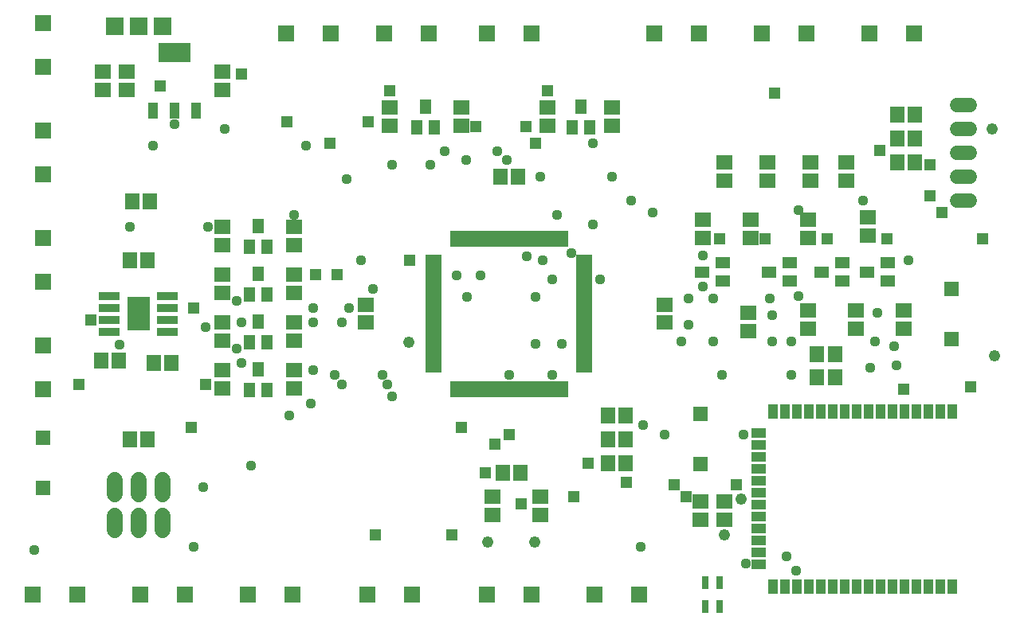
<source format=gts>
G75*
%MOIN*%
%OFA0B0*%
%FSLAX25Y25*%
%IPPOS*%
%LPD*%
%AMOC8*
5,1,8,0,0,1.08239X$1,22.5*
%
%ADD10R,0.06706X0.05918*%
%ADD11R,0.05918X0.06706*%
%ADD12C,0.06000*%
%ADD13R,0.06312X0.04343*%
%ADD14R,0.04343X0.06312*%
%ADD15R,0.02572X0.05721*%
%ADD16R,0.06343X0.06343*%
%ADD17R,0.07550X0.07550*%
%ADD18R,0.06950X0.06950*%
%ADD19R,0.08800X0.03400*%
%ADD20R,0.09800X0.13900*%
%ADD21R,0.04100X0.07100*%
%ADD22R,0.13800X0.08300*%
%ADD23R,0.06312X0.04737*%
%ADD24R,0.06706X0.02178*%
%ADD25R,0.02178X0.06706*%
%ADD26C,0.04769*%
%ADD27C,0.06800*%
%ADD28R,0.04737X0.06312*%
%ADD29C,0.04369*%
%ADD30R,0.04762X0.04762*%
%ADD31C,0.04762*%
D10*
X0091800Y0109755D03*
X0091800Y0117235D03*
X0091800Y0129755D03*
X0091800Y0137235D03*
X0091800Y0149755D03*
X0091800Y0157235D03*
X0091800Y0169755D03*
X0091800Y0177235D03*
X0121800Y0177235D03*
X0121800Y0169755D03*
X0121800Y0157235D03*
X0121800Y0149755D03*
X0121800Y0137235D03*
X0121800Y0129755D03*
X0121800Y0117235D03*
X0121800Y0109755D03*
X0151800Y0137255D03*
X0151800Y0144735D03*
X0161800Y0219755D03*
X0161800Y0227235D03*
X0191800Y0227235D03*
X0191800Y0219755D03*
X0227800Y0219755D03*
X0227800Y0227235D03*
X0254800Y0227235D03*
X0254800Y0219755D03*
X0301800Y0204235D03*
X0301800Y0196755D03*
X0319800Y0196755D03*
X0319800Y0204235D03*
X0337800Y0204235D03*
X0337800Y0196755D03*
X0352800Y0196755D03*
X0352800Y0204235D03*
X0361800Y0181235D03*
X0361800Y0173755D03*
X0336800Y0172755D03*
X0336800Y0180235D03*
X0312800Y0180235D03*
X0312800Y0172755D03*
X0292800Y0172755D03*
X0292800Y0180235D03*
X0276800Y0144735D03*
X0276800Y0137255D03*
X0311800Y0133755D03*
X0311800Y0141235D03*
X0336800Y0142235D03*
X0336800Y0134755D03*
X0356800Y0134755D03*
X0356800Y0142235D03*
X0376800Y0142235D03*
X0376800Y0134755D03*
X0301800Y0062235D03*
X0291800Y0062235D03*
X0291800Y0054755D03*
X0301800Y0054755D03*
X0224800Y0056755D03*
X0224800Y0064235D03*
X0204800Y0064235D03*
X0204800Y0056755D03*
X0091800Y0234755D03*
X0091800Y0242235D03*
X0051800Y0242235D03*
X0051800Y0234755D03*
X0041800Y0234755D03*
X0041800Y0242235D03*
D11*
X0054060Y0187995D03*
X0061540Y0187995D03*
X0060540Y0163495D03*
X0053060Y0163495D03*
X0048540Y0121495D03*
X0041060Y0121495D03*
X0063060Y0120495D03*
X0070540Y0120495D03*
X0060540Y0088495D03*
X0053060Y0088495D03*
X0209060Y0074495D03*
X0216540Y0074495D03*
X0253060Y0078495D03*
X0260540Y0078495D03*
X0260540Y0088495D03*
X0253060Y0088495D03*
X0253060Y0098495D03*
X0260540Y0098495D03*
X0340560Y0114495D03*
X0348040Y0114495D03*
X0348040Y0123995D03*
X0340560Y0123995D03*
X0374060Y0204495D03*
X0381540Y0204495D03*
X0381540Y0214495D03*
X0374060Y0214495D03*
X0374060Y0224495D03*
X0381540Y0224495D03*
X0215540Y0198495D03*
X0208060Y0198495D03*
D12*
X0399200Y0198495D02*
X0404400Y0198495D01*
X0404400Y0208495D02*
X0399200Y0208495D01*
X0399200Y0218495D02*
X0404400Y0218495D01*
X0404400Y0228495D02*
X0399200Y0228495D01*
X0399200Y0188495D02*
X0404400Y0188495D01*
D13*
X0316339Y0090896D03*
X0316339Y0085896D03*
X0316339Y0080896D03*
X0316339Y0075896D03*
X0316339Y0070896D03*
X0316339Y0065896D03*
X0316339Y0060896D03*
X0316339Y0055896D03*
X0316339Y0050896D03*
X0316339Y0045896D03*
X0316339Y0040896D03*
X0316339Y0035896D03*
D14*
X0322127Y0026841D03*
X0327127Y0026841D03*
X0332127Y0026841D03*
X0337127Y0026841D03*
X0342127Y0026841D03*
X0347127Y0026841D03*
X0352127Y0026841D03*
X0357127Y0026841D03*
X0362127Y0026841D03*
X0367127Y0026841D03*
X0372127Y0026841D03*
X0377127Y0026841D03*
X0382127Y0026841D03*
X0387127Y0026841D03*
X0392127Y0026841D03*
X0397127Y0026841D03*
X0397127Y0100149D03*
X0392127Y0100149D03*
X0387127Y0100149D03*
X0382127Y0100149D03*
X0377127Y0100149D03*
X0372127Y0100149D03*
X0367127Y0100149D03*
X0362127Y0100149D03*
X0357127Y0100149D03*
X0352127Y0100149D03*
X0347127Y0100149D03*
X0342127Y0100149D03*
X0337127Y0100149D03*
X0332127Y0100149D03*
X0327127Y0100149D03*
X0322127Y0100149D03*
D15*
X0299851Y0028495D03*
X0293749Y0028495D03*
X0293749Y0018495D03*
X0299851Y0018495D03*
D16*
X0291800Y0077995D03*
X0291800Y0098995D03*
X0396800Y0130495D03*
X0396800Y0151495D03*
X0016800Y0088995D03*
X0016800Y0067995D03*
D17*
X0046800Y0261495D03*
X0056800Y0261495D03*
X0066800Y0261495D03*
D18*
X0012548Y0023495D03*
X0031052Y0023495D03*
X0057548Y0023495D03*
X0076052Y0023495D03*
X0102548Y0023495D03*
X0121052Y0023495D03*
X0152548Y0023495D03*
X0171052Y0023495D03*
X0202548Y0023495D03*
X0221052Y0023495D03*
X0247548Y0023495D03*
X0266052Y0023495D03*
X0016800Y0109243D03*
X0016800Y0127747D03*
X0016800Y0154243D03*
X0016800Y0172747D03*
X0016800Y0199243D03*
X0016800Y0217747D03*
X0016800Y0244243D03*
X0016800Y0262747D03*
X0118548Y0258495D03*
X0137052Y0258495D03*
X0159548Y0258495D03*
X0178052Y0258495D03*
X0202548Y0258495D03*
X0221052Y0258495D03*
X0272548Y0258495D03*
X0291052Y0258495D03*
X0317548Y0258495D03*
X0336052Y0258495D03*
X0362548Y0258495D03*
X0381052Y0258495D03*
D19*
X0068900Y0148495D03*
X0068900Y0143495D03*
X0068900Y0138495D03*
X0068900Y0133495D03*
X0044700Y0133495D03*
X0044700Y0138495D03*
X0044700Y0143495D03*
X0044700Y0148495D03*
D20*
X0056800Y0140995D03*
D21*
X0062745Y0225895D03*
X0071800Y0225895D03*
X0080855Y0225895D03*
D22*
X0071800Y0250495D03*
D23*
X0292469Y0158495D03*
X0301131Y0162235D03*
X0301131Y0154755D03*
X0320469Y0158495D03*
X0329131Y0162235D03*
X0329131Y0154755D03*
X0342469Y0158495D03*
X0351131Y0162235D03*
X0351131Y0154755D03*
X0361469Y0158495D03*
X0370131Y0162235D03*
X0370131Y0154755D03*
D24*
X0243296Y0154774D03*
X0243296Y0152806D03*
X0243296Y0150837D03*
X0243296Y0148869D03*
X0243296Y0146900D03*
X0243296Y0144932D03*
X0243296Y0142963D03*
X0243296Y0140995D03*
X0243296Y0139026D03*
X0243296Y0137058D03*
X0243296Y0135089D03*
X0243296Y0133121D03*
X0243296Y0131152D03*
X0243296Y0129184D03*
X0243296Y0127215D03*
X0243296Y0125247D03*
X0243296Y0123278D03*
X0243296Y0121310D03*
X0243296Y0119341D03*
X0243296Y0117373D03*
X0243296Y0156743D03*
X0243296Y0158711D03*
X0243296Y0160680D03*
X0243296Y0162648D03*
X0243296Y0164617D03*
X0180304Y0164617D03*
X0180304Y0162648D03*
X0180304Y0160680D03*
X0180304Y0158711D03*
X0180304Y0156743D03*
X0180304Y0154774D03*
X0180304Y0152806D03*
X0180304Y0150837D03*
X0180304Y0148869D03*
X0180304Y0146900D03*
X0180304Y0144932D03*
X0180304Y0142963D03*
X0180304Y0140995D03*
X0180304Y0139026D03*
X0180304Y0137058D03*
X0180304Y0135089D03*
X0180304Y0133121D03*
X0180304Y0131152D03*
X0180304Y0129184D03*
X0180304Y0127215D03*
X0180304Y0125247D03*
X0180304Y0123278D03*
X0180304Y0121310D03*
X0180304Y0119341D03*
X0180304Y0117373D03*
D25*
X0188178Y0109499D03*
X0190146Y0109499D03*
X0192115Y0109499D03*
X0194083Y0109499D03*
X0196052Y0109499D03*
X0198020Y0109499D03*
X0199989Y0109499D03*
X0201957Y0109499D03*
X0203926Y0109499D03*
X0205894Y0109499D03*
X0207863Y0109499D03*
X0209831Y0109499D03*
X0211800Y0109499D03*
X0213769Y0109499D03*
X0215737Y0109499D03*
X0217706Y0109499D03*
X0219674Y0109499D03*
X0221643Y0109499D03*
X0223611Y0109499D03*
X0225580Y0109499D03*
X0227548Y0109499D03*
X0229517Y0109499D03*
X0231485Y0109499D03*
X0233454Y0109499D03*
X0235422Y0109499D03*
X0235422Y0172491D03*
X0233454Y0172491D03*
X0231485Y0172491D03*
X0229517Y0172491D03*
X0227548Y0172491D03*
X0225580Y0172491D03*
X0223611Y0172491D03*
X0221643Y0172491D03*
X0219674Y0172491D03*
X0217706Y0172491D03*
X0215737Y0172491D03*
X0213769Y0172491D03*
X0211800Y0172491D03*
X0209831Y0172491D03*
X0207863Y0172491D03*
X0205894Y0172491D03*
X0203926Y0172491D03*
X0201957Y0172491D03*
X0199989Y0172491D03*
X0198020Y0172491D03*
X0196052Y0172491D03*
X0194083Y0172491D03*
X0192115Y0172491D03*
X0190146Y0172491D03*
X0188178Y0172491D03*
D26*
X0202957Y0045495D03*
X0222643Y0045495D03*
D27*
X0066800Y0050495D02*
X0066800Y0056495D01*
X0056800Y0056495D02*
X0056800Y0050495D01*
X0046800Y0050495D02*
X0046800Y0056495D01*
X0046800Y0065495D02*
X0046800Y0071495D01*
X0056800Y0071495D02*
X0056800Y0065495D01*
X0066800Y0065495D02*
X0066800Y0071495D01*
D28*
X0103060Y0109164D03*
X0110540Y0109164D03*
X0106800Y0117826D03*
X0103060Y0129164D03*
X0110540Y0129164D03*
X0106800Y0137826D03*
X0103060Y0149164D03*
X0110540Y0149164D03*
X0106800Y0157826D03*
X0103060Y0169164D03*
X0110540Y0169164D03*
X0106800Y0177826D03*
X0173060Y0219164D03*
X0180540Y0219164D03*
X0176800Y0227826D03*
X0238060Y0219164D03*
X0245540Y0219164D03*
X0241800Y0227826D03*
D29*
X0246800Y0212495D03*
X0254800Y0198495D03*
X0262800Y0188495D03*
X0271800Y0183495D03*
X0246800Y0178495D03*
X0231800Y0182495D03*
X0237800Y0166495D03*
X0225800Y0163495D03*
X0219300Y0164995D03*
X0229800Y0155495D03*
X0222800Y0147995D03*
X0199800Y0156995D03*
X0189800Y0156995D03*
X0194300Y0147995D03*
X0222800Y0128495D03*
X0233800Y0128495D03*
X0229800Y0115495D03*
X0211800Y0115495D03*
X0162800Y0106495D03*
X0160800Y0111495D03*
X0158800Y0115495D03*
X0141800Y0111495D03*
X0138800Y0115495D03*
X0129800Y0117495D03*
X0128800Y0103495D03*
X0119800Y0098495D03*
X0103800Y0077495D03*
X0083800Y0068495D03*
X0079800Y0043495D03*
X0013300Y0041995D03*
X0099800Y0120495D03*
X0097800Y0126495D03*
X0099800Y0137235D03*
X0097800Y0146495D03*
X0084800Y0135495D03*
X0048800Y0127995D03*
X0053060Y0177235D03*
X0085800Y0177495D03*
X0121800Y0182495D03*
X0143800Y0197495D03*
X0162800Y0203495D03*
X0178800Y0203495D03*
X0184800Y0208995D03*
X0193800Y0205495D03*
X0206800Y0208995D03*
X0210800Y0205495D03*
X0224800Y0198495D03*
X0249800Y0155495D03*
X0286800Y0147495D03*
X0292800Y0152495D03*
X0297300Y0147495D03*
X0286800Y0136495D03*
X0283800Y0129495D03*
X0297300Y0129495D03*
X0300800Y0115495D03*
X0321800Y0129495D03*
X0329800Y0129495D03*
X0321800Y0140495D03*
X0320800Y0147495D03*
X0332800Y0148495D03*
X0365800Y0141495D03*
X0364800Y0129495D03*
X0372800Y0127495D03*
X0373800Y0119495D03*
X0362800Y0118495D03*
X0329800Y0115495D03*
X0309800Y0090495D03*
X0276800Y0090495D03*
X0267800Y0094495D03*
X0266800Y0043495D03*
X0310800Y0036495D03*
X0327800Y0039495D03*
X0331800Y0033495D03*
X0154800Y0151495D03*
X0144800Y0143495D03*
X0141800Y0137495D03*
X0129800Y0137495D03*
X0129800Y0143495D03*
X0149800Y0163495D03*
X0126800Y0211495D03*
X0092800Y0218495D03*
X0071800Y0220495D03*
X0062800Y0211495D03*
X0292800Y0165495D03*
X0332800Y0184495D03*
X0359800Y0188495D03*
X0378800Y0163495D03*
D30*
X0369800Y0172495D03*
X0392800Y0183495D03*
X0387800Y0190495D03*
X0387800Y0203495D03*
X0366800Y0209495D03*
X0322800Y0233495D03*
X0318800Y0172495D03*
X0299800Y0172495D03*
X0344800Y0172495D03*
X0409800Y0172495D03*
X0404800Y0110495D03*
X0376800Y0109495D03*
X0306800Y0069495D03*
X0285800Y0064495D03*
X0280800Y0069495D03*
X0260800Y0070495D03*
X0244800Y0078495D03*
X0238800Y0064495D03*
X0216800Y0061495D03*
X0201800Y0074495D03*
X0205800Y0086495D03*
X0211800Y0090495D03*
X0191800Y0093495D03*
X0187800Y0048495D03*
X0155800Y0048495D03*
X0078800Y0093495D03*
X0084800Y0111495D03*
X0036800Y0138495D03*
X0031800Y0111495D03*
X0079800Y0143495D03*
X0130800Y0157495D03*
X0139800Y0157495D03*
X0170300Y0163495D03*
X0136800Y0212495D03*
X0152800Y0221495D03*
X0161800Y0234495D03*
X0197800Y0219495D03*
X0218800Y0219495D03*
X0222800Y0212495D03*
X0227800Y0234495D03*
X0118800Y0221495D03*
X0099800Y0241495D03*
X0065800Y0236495D03*
D31*
X0169800Y0128995D03*
X0301800Y0048495D03*
X0308800Y0063495D03*
X0414800Y0123495D03*
X0413800Y0218495D03*
M02*

</source>
